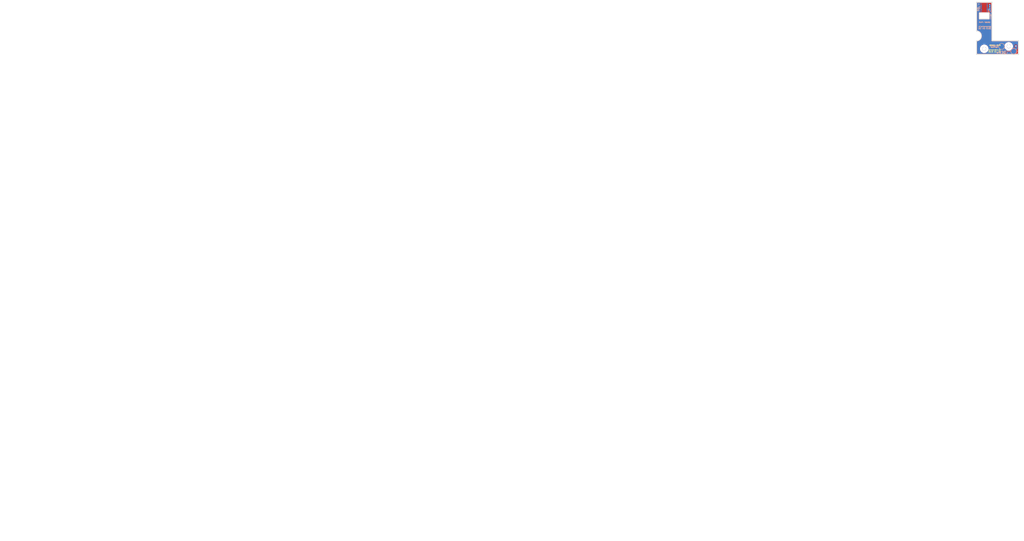
<source format=kicad_pcb>
(kicad_pcb (version 20171130) (host pcbnew "(5.0.2)-1")

  (general
    (thickness 1.6)
    (drawings 94)
    (tracks 42)
    (zones 0)
    (modules 5)
    (nets 3)
  )

  (page A)
  (title_block
    (title G935F-PWR)
    (date 2019-04-27)
    (rev V2)
    (company "Roman Dasovic")
  )

  (layers
    (0 F.Cu signal)
    (31 B.Cu signal)
    (32 B.Adhes user)
    (33 F.Adhes user)
    (34 B.Paste user)
    (35 F.Paste user)
    (36 B.SilkS user)
    (37 F.SilkS user)
    (38 B.Mask user)
    (39 F.Mask user)
    (40 Dwgs.User user)
    (41 Cmts.User user)
    (42 Eco1.User user hide)
    (43 Eco2.User user)
    (44 Edge.Cuts user)
    (45 Margin user)
    (46 B.CrtYd user)
    (47 F.CrtYd user)
    (48 B.Fab user)
    (49 F.Fab user)
  )

  (setup
    (last_trace_width 0.1524)
    (user_trace_width 0.1524)
    (user_trace_width 0.2032)
    (user_trace_width 0.254)
    (user_trace_width 0.381)
    (user_trace_width 0.508)
    (user_trace_width 0.762)
    (user_trace_width 1.143)
    (user_trace_width 1.651)
    (trace_clearance 0.1524)
    (zone_clearance 1.27)
    (zone_45_only no)
    (trace_min 0.1524)
    (segment_width 0.2)
    (edge_width 0.15)
    (via_size 0.635)
    (via_drill 0.3048)
    (via_min_size 0.5588)
    (via_min_drill 0.3048)
    (user_via 0.5588 0.3048)
    (user_via 0.889 0.4572)
    (uvia_size 0.635)
    (uvia_drill 0.3048)
    (uvias_allowed no)
    (uvia_min_size 0.2)
    (uvia_min_drill 0.1)
    (pcb_text_width 0.3)
    (pcb_text_size 1.5 1.5)
    (mod_edge_width 0.15)
    (mod_text_size 1 1)
    (mod_text_width 0.15)
    (pad_size 1.5 1.5)
    (pad_drill 1.5)
    (pad_to_mask_clearance 0)
    (solder_mask_min_width 0.1016)
    (aux_axis_origin 0 0)
    (visible_elements 7FFFFFFF)
    (pcbplotparams
      (layerselection 0x010d0_ffffffff)
      (usegerberextensions true)
      (usegerberattributes false)
      (usegerberadvancedattributes false)
      (creategerberjobfile false)
      (excludeedgelayer true)
      (linewidth 0.150000)
      (plotframeref false)
      (viasonmask false)
      (mode 1)
      (useauxorigin false)
      (hpglpennumber 1)
      (hpglpenspeed 20)
      (hpglpendiameter 15.000000)
      (psnegative false)
      (psa4output false)
      (plotreference true)
      (plotvalue true)
      (plotinvisibletext false)
      (padsonsilk false)
      (subtractmaskfromsilk false)
      (outputformat 1)
      (mirror false)
      (drillshape 0)
      (scaleselection 1)
      (outputdirectory "Gerbers/"))
  )

  (net 0 "")
  (net 1 GND1)
  (net 2 Dev+)

  (net_class Default "This is the default net class."
    (clearance 0.1524)
    (trace_width 0.1524)
    (via_dia 0.635)
    (via_drill 0.3048)
    (uvia_dia 0.635)
    (uvia_drill 0.3048)
    (diff_pair_gap 0.2032)
    (diff_pair_width 0.1524)
    (add_net Dev+)
    (add_net GND1)
  )

  (module Footprints:8pin_molex_s7BatteryConn_5050040810 (layer B.Cu) (tedit 5C0706DF) (tstamp 5C070FDF)
    (at 114.15268 78.11808)
    (path /5C0703E6)
    (fp_text reference P1 (at -2.23012 -1.38684 90) (layer B.SilkS)
      (effects (font (size 0.3 0.3) (thickness 0.075)) (justify mirror))
    )
    (fp_text value 8Pin_2x4_inline (at 0 0.5) (layer B.Fab) hide
      (effects (font (size 0.127 0.127) (thickness 0.03175)) (justify mirror))
    )
    (fp_text user "KEEP OUT" (at -0.6 0 -90) (layer B.CrtYd)
      (effects (font (size 0.254 0.254) (thickness 0.0635)) (justify mirror))
    )
    (fp_line (start -0.2 -1.1) (end -1 -1.1) (layer B.CrtYd) (width 0.15))
    (fp_line (start -0.2 1.1) (end -0.2 -1.1) (layer B.CrtYd) (width 0.15))
    (fp_line (start -1 1.1) (end -0.2 1.1) (layer B.CrtYd) (width 0.15))
    (fp_line (start -1 -1.1) (end -1 1.1) (layer B.CrtYd) (width 0.15))
    (fp_line (start 1 1.1) (end 1 -1.1) (layer B.CrtYd) (width 0.15))
    (fp_line (start 0.2 1.1) (end 1 1.1) (layer B.CrtYd) (width 0.15))
    (fp_line (start 0.2 -1.1) (end 0.2 1.1) (layer B.CrtYd) (width 0.15))
    (fp_line (start 1 -1.1) (end 0.2 -1.1) (layer B.CrtYd) (width 0.15))
    (fp_line (start -1.25 -2.1) (end -1.25 2.1) (layer B.Fab) (width 0.15))
    (fp_text user %R (at 0 0) (layer B.Fab)
      (effects (font (size 0.4 0.4) (thickness 0.1)) (justify mirror))
    )
    (fp_line (start 1.25 -2.1) (end 1.25 2.1) (layer B.Fab) (width 0.15))
    (fp_line (start -1.25 2.1) (end 1.25 2.1) (layer B.Fab) (width 0.15))
    (fp_line (start -1.25 -2.1) (end 1.25 -2.1) (layer B.Fab) (width 0.15))
    (fp_text user "KEEP OUT" (at 0.6 0 -90) (layer B.CrtYd)
      (effects (font (size 0.254 0.254) (thickness 0.0635)) (justify mirror))
    )
    (pad 5 smd rect (at 1.25 -0.8) (size 0.52 0.58) (layers B.Cu B.Paste B.Mask))
    (pad 7 smd rect (at 1.25 0.212) (size 0.52 0.27) (layers B.Cu B.Paste B.Mask)
      (net 2 Dev+))
    (pad 6 smd rect (at 1.25 -0.212) (size 0.52 0.27) (layers B.Cu B.Paste B.Mask))
    (pad "" smd rect (at 1.215 1.53) (size 0.33 0.48) (layers B.Cu B.Paste B.Mask))
    (pad 4 smd rect (at -1.25 -0.8) (size 0.52 0.58) (layers B.Cu B.Paste B.Mask)
      (net 1 GND1))
    (pad 3 smd rect (at -1.25 -0.212) (size 0.52 0.27) (layers B.Cu B.Paste B.Mask)
      (net 1 GND1))
    (pad 2 smd rect (at -1.25 0.212) (size 0.52 0.27) (layers B.Cu B.Paste B.Mask))
    (pad 1 smd rect (at -1.25 0.8) (size 0.52 0.58) (layers B.Cu B.Paste B.Mask))
    (pad 8 smd rect (at 1.25 0.8) (size 0.52 0.58) (layers B.Cu B.Paste B.Mask)
      (net 2 Dev+))
    (pad "" smd rect (at 1.215 -1.53) (size 0.33 0.48) (layers B.Cu B.Paste B.Mask))
    (pad "" smd rect (at -1.215 1.53) (size 0.33 0.48) (layers B.Cu B.Paste B.Mask))
    (pad "" smd rect (at -1.215 -1.53) (size 0.33 0.48) (layers B.Cu B.Paste B.Mask))
    (model "C:/Users/Pom/3d model stashe/5050040810MOLEXS7.stp"
      (at (xyz 0 0 0))
      (scale (xyz 1 1 1))
      (rotate (xyz 90 180 90))
    )
  )

  (module Footprints:NPTH_1.5mm (layer F.Cu) (tedit 5CC26A83) (tstamp 5C070FB9)
    (at 114.14252 95.05696)
    (path /5C070C8F)
    (fp_text reference P2 (at 0 0) (layer F.SilkS) hide
      (effects (font (size 0.127 0.127) (thickness 0.03175)))
    )
    (fp_text value PAD (at 0 0) (layer F.Fab) hide
      (effects (font (size 0.127 0.127) (thickness 0.03175)))
    )
    (pad "" thru_hole circle (at 0 0) (size 1.5 1.5) (drill 1.5) (layers *.Cu *.Mask)
      (clearance 1.016))
  )

  (module Footprints:NPTH_1.5mm (layer F.Cu) (tedit 5CC26780) (tstamp 5C0712D7)
    (at 124.20092 94.03588)
    (path /5C07170F)
    (fp_text reference P3 (at 0 0) (layer F.SilkS) hide
      (effects (font (size 0.127 0.127) (thickness 0.03175)))
    )
    (fp_text value PAD (at 0 0) (layer F.Fab) hide
      (effects (font (size 0.127 0.127) (thickness 0.03175)))
    )
    (pad "" thru_hole circle (at 0 0) (size 1.5 1.5) (drill 1.5) (layers *.Cu *.Mask)
      (clearance 1.016))
  )

  (module Footprints:PAD_2.1mm_circle (layer B.Cu) (tedit 59BAA64A) (tstamp 5C072CD9)
    (at 126.2634 96.04756)
    (path /5C071890)
    (fp_text reference P4 (at 1.59258 0.14732) (layer B.SilkS)
      (effects (font (size 0.3 0.15) (thickness 0.03175)) (justify mirror))
    )
    (fp_text value PAD (at 0 0) (layer B.Fab) hide
      (effects (font (size 0.127 0.127) (thickness 0.03175)) (justify mirror))
    )
    (fp_text user %R (at 0.1 -0.45) (layer B.Fab)
      (effects (font (size 0.2 0.2) (thickness 0.05)) (justify mirror))
    )
    (fp_circle (center 0 0) (end 0 0.01) (layer B.Fab) (width 0.015))
    (fp_circle (center 0 0) (end 0.1 1.05) (layer B.Fab) (width 0.15))
    (pad 1 smd circle (at 0 0) (size 2.1 2.1) (layers B.Cu B.Paste B.Mask)
      (net 2 Dev+))
  )

  (module Footprints:PAD_2.1mm_circle (layer B.Cu) (tedit 5C07130D) (tstamp 5C072CEE)
    (at 121.27484 94.04096)
    (path /5C072272)
    (fp_text reference P5 (at 1.32588 1.04394) (layer B.SilkS)
      (effects (font (size 0.3 0.15) (thickness 0.03175)) (justify mirror))
    )
    (fp_text value PAD (at 0 0) (layer B.Fab) hide
      (effects (font (size 0.127 0.127) (thickness 0.03175)) (justify mirror))
    )
    (fp_circle (center 0 0) (end 0.1 1.05) (layer B.Fab) (width 0.15))
    (fp_circle (center 0 0) (end 0 0.01) (layer B.Fab) (width 0.015))
    (fp_text user %R (at 0.1 -0.45) (layer B.Fab)
      (effects (font (size 0.2 0.2) (thickness 0.05)) (justify mirror))
    )
    (pad 1 smd circle (at 0 0) (size 2.1 2.1) (layers B.Cu B.Paste B.Mask)
      (net 1 GND1) (zone_connect 2))
  )

  (gr_arc (start 110.9472 89.7636) (end 110.9472 91.7448) (angle -180) (layer Edge.Cuts) (width 0.15))
  (gr_circle (center 114.1546 95.03162) (end 115.6546 95.03162) (layer Margin) (width 0.1))
  (gr_line (start -290.266377 297.197305) (end -288.266377 297.197305) (layer Margin) (width 0.1))
  (gr_line (start 110.9296 75.850798) (end 110.9296 87.760844) (layer Margin) (width 0.1))
  (gr_line (start 117.3796 75.850798) (end 110.9296 75.850798) (layer Margin) (width 0.1))
  (gr_arc (start 110.814834 89.757549) (end 112.814834 89.757549) (angle -86.71040722) (layer Margin) (width 0.1))
  (gr_line (start 117.3796 91.697543) (end 117.3796 75.850798) (layer Margin) (width 0.1))
  (gr_line (start 117.3796 91.697543) (end 128.279324 91.697543) (layer Margin) (width 0.1))
  (gr_line (start 128.279324 91.697543) (end 128.279324 97.365698) (layer Margin) (width 0.1))
  (gr_circle (center 124.21254 94.03162) (end 125.71254 94.03162) (layer Margin) (width 0.1))
  (gr_line (start 110.9296 97.365698) (end 128.279324 97.365698) (layer Margin) (width 0.1))
  (gr_line (start 110.9296 91.754253) (end 110.9296 97.365698) (layer Margin) (width 0.1))
  (gr_arc (start 110.814834 89.757549) (end 110.9296 91.754253) (angle -86.71040722) (layer Margin) (width 0.1))
  (gr_circle (center 114.1546 95.03162) (end 114.9046 95.03162) (layer Margin) (width 0.1))
  (gr_circle (center 124.21254 94.03162) (end 124.96254 94.03162) (layer Margin) (width 0.1))
  (gr_line (start 112.1296 80.3148) (end 116.1796 80.3148) (layer Margin) (width 0.1))
  (gr_line (start 112.1296 82.671301) (end 112.1296 80.3148) (layer Margin) (width 0.1))
  (gr_line (start 116.1796 82.671301) (end 112.1296 82.671301) (layer Margin) (width 0.1))
  (gr_line (start 116.1796 80.3148) (end 116.1796 82.671301) (layer Margin) (width 0.1))
  (gr_text "sensorable.io\n2019-04-30" (at 118.364 95.9104) (layer F.SilkS) (tstamp 5CC268D6)
    (effects (font (size 0.508 0.508) (thickness 0.127)))
  )
  (gr_text G935F-PWR (at 118.5672 93.6244) (layer F.SilkS) (tstamp 5CC268D2)
    (effects (font (size 0.508 0.508) (thickness 0.127)))
  )
  (gr_line (start 116.1288 80.3148) (end 112.15812 80.31612) (layer Edge.Cuts) (width 0.15) (tstamp 5CC266BE))
  (gr_line (start 116.1288 82.7024) (end 116.13388 80.31988) (layer Edge.Cuts) (width 0.15) (tstamp 5CC266BD))
  (gr_line (start 112.15812 82.70372) (end 116.1288 82.7024) (layer Edge.Cuts) (width 0.15) (tstamp 5CC266BC))
  (gr_line (start 112.15812 80.31612) (end 112.15812 82.70372) (layer Edge.Cuts) (width 0.15) (tstamp 5CC266BB))
  (gr_text G935F-PWR (at 114.30762 84.18068) (layer B.SilkS) (tstamp 5C073868)
    (effects (font (size 0.508 0.508) (thickness 0.127)) (justify mirror))
  )
  (gr_text "sensorable.io\n2019-04-30" (at 114.4016 86.3092) (layer B.SilkS) (tstamp 5C073826)
    (effects (font (size 0.508 0.508) (thickness 0.127)) (justify mirror))
  )
  (gr_line (start 115.75034 79.43342) (end 115.93322 79.43088) (layer B.SilkS) (width 0.2))
  (gr_line (start 116.7384 80.8228) (end 115.9256 80.01) (layer B.SilkS) (width 0.2) (tstamp 5C073805))
  (gr_line (start 115.9383 78.80604) (end 115.9256 80.01) (layer B.SilkS) (width 0.2))
  (gr_line (start 115.74526 78.80604) (end 115.9383 78.80604) (layer B.SilkS) (width 0.2))
  (gr_line (start 112.00638 78.40472) (end 112.00892 78.40726) (layer B.SilkS) (width 0.2) (tstamp 5C073773))
  (gr_line (start 112.46866 78.40726) (end 112.00892 78.40726) (layer B.SilkS) (width 0.2))
  (gr_line (start 111.98098 77.80528) (end 111.98098 79.52232) (layer B.SilkS) (width 0.2))
  (gr_line (start 112.47374 77.80528) (end 111.98098 77.80528) (layer B.SilkS) (width 0.2))
  (gr_text GND (at 111.47552 78.79334 270) (layer B.SilkS) (tstamp 5CC268CF)
    (effects (font (size 0.508 0.508) (thickness 0.127)) (justify mirror))
  )
  (gr_text DEV+ (at 116.7892 81.96834 90) (layer B.SilkS) (tstamp 5C0736D0)
    (effects (font (size 0.508 0.508) (thickness 0.127)) (justify mirror))
  )
  (gr_line (start 124.71654 95.91548) (end 124.70638 95.90532) (layer B.SilkS) (width 0.2) (tstamp 5C0736BF))
  (gr_line (start 123.09856 95.90532) (end 124.70638 95.90532) (layer B.SilkS) (width 0.2))
  (gr_text DEV+ (at 121.02846 96.5454) (layer B.SilkS) (tstamp 5C073680)
    (effects (font (size 1 1) (thickness 0.25)) (justify mirror))
  )
  (gr_text GND (at 118.28526 94.1324) (layer B.SilkS)
    (effects (font (size 1 1) (thickness 0.25)) (justify mirror))
  )
  (gr_circle (center 126.25832 96.07296) (end 125.80112 94.96298) (layer B.SilkS) (width 0.2))
  (gr_circle (center 121.29262 94.0562) (end 122.04192 93.06306) (layer B.SilkS) (width 0.2))
  (gr_line (start 110.9472 75.8698) (end 117.3734 75.8698) (layer Edge.Cuts) (width 0.2))
  (gr_line (start 110.9472 97.3836) (end 128.2954 97.409) (layer Edge.Cuts) (width 0.2))
  (gr_line (start 128.2954 97.409) (end 128.2954 91.694) (layer Edge.Cuts) (width 0.2))
  (gr_line (start 110.9472 91.7448) (end 110.9472 97.3836) (layer Edge.Cuts) (width 0.2))
  (gr_line (start 117.3734 91.694) (end 117.3734 75.8698) (layer Edge.Cuts) (width 0.2))
  (gr_line (start 110.9472 75.8698) (end 110.9472 87.7824) (layer Edge.Cuts) (width 0.2))
  (gr_line (start 128.2954 91.694) (end 117.3734 91.694) (layer Edge.Cuts) (width 0.2))
  (gr_line (start 128.296925 92.695176) (end 117.3972 92.695176) (layer Eco1.User) (width 0.2))
  (gr_line (start 110.9472 76.348431) (end 117.3972 76.348431) (layer Eco1.User) (width 0.2))
  (gr_line (start 110.9472 97.36333) (end 128.296925 97.36333) (layer Eco1.User) (width 0.2))
  (gr_line (start 114.8972 79.698431) (end 113.4472 79.698431) (layer Eco1.User) (width 0.2))
  (gr_line (start 114.8972 79.698431) (end 114.8972 77.498431) (layer Eco1.User) (width 0.2))
  (gr_line (start 114.8972 77.498431) (end 114.8972 77.498431) (layer Eco1.User) (width 0.2))
  (gr_line (start 114.8972 77.498431) (end 114.8972 77.498431) (layer Eco1.User) (width 0.2))
  (gr_line (start 113.4472 79.698431) (end 113.4472 79.698431) (layer Eco1.User) (width 0.2))
  (gr_circle (center 121.296925 94.029253) (end 122.296925 94.029253) (layer Eco1.User) (width 0.2))
  (gr_line (start 114.8972 77.498431) (end 113.4472 77.498431) (layer Eco1.User) (width 0.2))
  (gr_line (start 114.8972 77.498431) (end 114.8972 79.698431) (layer Eco1.User) (width 0.2))
  (gr_line (start 113.4472 79.698431) (end 113.4472 77.498431) (layer Eco1.User) (width 0.2))
  (gr_line (start 114.8972 79.698431) (end 114.8972 79.698431) (layer Eco1.User) (width 0.2))
  (gr_line (start 113.4472 79.698431) (end 114.8972 79.698431) (layer Eco1.User) (width 0.2))
  (gr_line (start 114.8972 77.498431) (end 114.8972 79.698431) (layer Eco1.User) (width 0.2))
  (gr_line (start 114.8972 79.698431) (end 114.8972 79.698431) (layer Eco1.User) (width 0.2))
  (gr_line (start 113.4472 77.498431) (end 113.4472 77.498431) (layer Eco1.User) (width 0.2))
  (gr_line (start 113.4472 77.498431) (end 114.8972 77.498431) (layer Eco1.User) (width 0.2))
  (gr_line (start 113.4472 77.498431) (end 113.4472 77.498431) (layer Eco1.User) (width 0.2))
  (gr_line (start 113.4472 77.498431) (end 113.4472 79.698431) (layer Eco1.User) (width 0.2))
  (gr_line (start 113.4472 79.698431) (end 113.4472 79.698431) (layer Eco1.User) (width 0.2))
  (gr_line (start 114.8972 79.698431) (end 113.4472 79.698431) (layer Eco1.User) (width 0.2))
  (gr_circle (center 126.296925 96.029253) (end 127.296925 96.029253) (layer Eco1.User) (width 0.2))
  (gr_line (start 113.4472 79.698431) (end 113.4472 77.498431) (layer Eco1.User) (width 0.2))
  (gr_line (start 110.9472 76.348431) (end 110.9472 88.832363) (layer Eco1.User) (width 0.2))
  (gr_line (start 113.4472 77.498431) (end 114.8972 77.498431) (layer Eco1.User) (width 0.2))
  (gr_line (start 113.4472 79.698431) (end 114.8972 79.698431) (layer Eco1.User) (width 0.2))
  (gr_line (start 110.9472 76.348431) (end 110.9472 88.832363) (layer Eco1.User) (width 0.2))
  (gr_line (start 117.3972 97.36333) (end 117.3972 76.348431) (layer Eco1.User) (width 0.2))
  (gr_line (start 114.8972 77.498431) (end 113.4472 77.498431) (layer Eco1.User) (width 0.2))
  (gr_arc (start 111.332435 89.755181) (end 110.9472 90.678) (angle -225.3166138) (layer Eco1.User) (width 0.2))
  (gr_circle (center 114.1722 95.029253) (end 114.9222 95.029253) (layer Eco1.User) (width 0.2))
  (gr_line (start 114.8972 79.698431) (end 114.8972 77.498431) (layer Eco1.User) (width 0.2))
  (gr_line (start 113.4472 77.498431) (end 113.4472 79.698431) (layer Eco1.User) (width 0.2))
  (gr_circle (center 124.23014 94.029253) (end 124.98014 94.029253) (layer Eco1.User) (width 0.2))
  (gr_line (start 110.9472 90.678) (end 110.9472 97.36333) (layer Eco1.User) (width 0.2))
  (gr_line (start 117.3972 92.695176) (end 117.3972 97.36333) (layer Eco1.User) (width 0.2))
  (gr_arc (start 111.332435 89.755181) (end 110.9472 90.678) (angle -225.3166138) (layer Eco1.User) (width 0.2))
  (gr_circle (center 114.1722 81.883431) (end 115.6722 81.883431) (layer Eco1.User) (width 0.2))
  (gr_line (start 117.3972 97.36333) (end 117.3972 76.348431) (layer Eco1.User) (width 0.2))
  (gr_line (start 128.296925 97.36333) (end 128.296925 92.695176) (layer Eco1.User) (width 0.2))
  (gr_line (start 117.3972 92.695176) (end 117.3972 97.36333) (layer Eco1.User) (width 0.2))
  (gr_line (start 128.296925 97.36333) (end 128.296925 92.695176) (layer Eco1.User) (width 0.2))
  (gr_line (start 110.9472 90.678) (end 110.9472 97.36333) (layer Eco1.User) (width 0.2))

  (via (at 127.14224 93.91904) (size 0.889) (drill 0.4572) (layers F.Cu B.Cu) (net 2))
  (segment (start 127.313399 94.090199) (end 127.14224 93.91904) (width 0.1524) (layer B.Cu) (net 2))
  (segment (start 126.2634 96.04756) (end 127.313399 94.997561) (width 0.1524) (layer B.Cu) (net 2))
  (segment (start 127.313399 94.997561) (end 127.313399 94.090199) (width 0.1524) (layer B.Cu) (net 2))
  (segment (start 115.89512 78.78572) (end 115.47857 78.78572) (width 0.1524) (layer B.Cu) (net 2))
  (segment (start 115.47857 78.78572) (end 115.47857 78.83008) (width 0.1524) (layer B.Cu) (net 2))
  (via (at 116.3828 76.933155) (size 0.635) (drill 0.3048) (layers F.Cu B.Cu) (net 2))
  (segment (start 116.22532 77.090635) (end 116.3828 76.933155) (width 0.1524) (layer B.Cu) (net 2))
  (segment (start 116.22532 78.29296) (end 116.22532 77.090635) (width 0.1524) (layer B.Cu) (net 2))
  (segment (start 116.22532 78.29296) (end 116.22532 78.45552) (width 0.1524) (layer B.Cu) (net 2))
  (segment (start 116.22532 77.96276) (end 116.22532 78.29296) (width 0.1524) (layer B.Cu) (net 2))
  (via (at 116.3828 77.76464) (size 0.635) (drill 0.3048) (layers F.Cu B.Cu) (net 2))
  (segment (start 116.22532 77.92212) (end 116.3828 77.76464) (width 0.1524) (layer B.Cu) (net 2))
  (via (at 116.43868 78.71968) (size 0.635) (drill 0.3048) (layers F.Cu B.Cu) (net 2))
  (segment (start 116.22532 78.50632) (end 116.43868 78.71968) (width 0.1524) (layer B.Cu) (net 2))
  (segment (start 116.22532 78.19644) (end 116.22532 78.50632) (width 0.1524) (layer B.Cu) (net 2))
  (segment (start 116.22532 78.19644) (end 116.22532 77.92212) (width 0.1524) (layer B.Cu) (net 2))
  (segment (start 116.22532 78.45552) (end 116.22532 78.19644) (width 0.1524) (layer B.Cu) (net 2))
  (segment (start 115.89512 78.78572) (end 115.89512 78.8416) (width 0.1524) (layer B.Cu) (net 2))
  (segment (start 116.332 79.27848) (end 116.586 79.53248) (width 0.1524) (layer B.Cu) (net 2))
  (via (at 116.586 79.53248) (size 0.635) (drill 0.3048) (layers F.Cu B.Cu) (net 2))
  (segment (start 116.586 77.136355) (end 116.3828 76.933155) (width 0.508) (layer B.Cu) (net 2))
  (segment (start 116.586 79.53248) (end 116.586 77.136355) (width 0.508) (layer B.Cu) (net 2))
  (segment (start 116.43868 76.989035) (end 116.3828 76.933155) (width 0.508) (layer B.Cu) (net 2))
  (segment (start 116.43868 78.71968) (end 116.43868 76.989035) (width 0.508) (layer B.Cu) (net 2))
  (segment (start 116.43868 78.71968) (end 116.43868 78.75524) (width 0.508) (layer B.Cu) (net 2))
  (segment (start 116.43868 78.75524) (end 116.21008 78.98384) (width 0.508) (layer B.Cu) (net 2))
  (segment (start 116.090699 79.037179) (end 116.0018 78.94828) (width 0.381) (layer B.Cu) (net 2))
  (segment (start 116.121181 79.037179) (end 116.090699 79.037179) (width 0.381) (layer B.Cu) (net 2))
  (segment (start 116.43868 78.71968) (end 116.121181 79.037179) (width 0.381) (layer B.Cu) (net 2))
  (segment (start 115.89512 78.8416) (end 116.0018 78.94828) (width 0.1524) (layer B.Cu) (net 2))
  (segment (start 116.0018 78.94828) (end 116.332 79.27848) (width 0.1524) (layer B.Cu) (net 2))
  (segment (start 116.43868 78.71968) (end 115.989668 78.71968) (width 0.381) (layer B.Cu) (net 2))
  (via (at 123.56592 96.72828) (size 0.635) (drill 0.3048) (layers F.Cu B.Cu) (net 2))
  (segment (start 123.56592 96.72828) (end 125.58268 96.72828) (width 0.762) (layer B.Cu) (net 2))
  (segment (start 125.58268 96.72828) (end 126.2634 96.04756) (width 0.762) (layer B.Cu) (net 2))
  (segment (start 126.2634 96.04756) (end 127.3556 94.95536) (width 0.762) (layer B.Cu) (net 2))
  (segment (start 127.14224 94.742) (end 127.14224 93.91904) (width 0.762) (layer B.Cu) (net 2))
  (segment (start 127.3556 94.95536) (end 127.14224 94.742) (width 0.762) (layer B.Cu) (net 2))
  (segment (start 115.47857 78.402181) (end 115.47857 78.33008) (width 0.1524) (layer B.Cu) (net 2))
  (segment (start 116.43868 78.71968) (end 116.121181 78.402181) (width 0.1524) (layer B.Cu) (net 2))
  (segment (start 116.121181 78.402181) (end 115.47857 78.402181) (width 0.1524) (layer B.Cu) (net 2))

  (zone (net 1) (net_name GND1) (layer B.Cu) (tstamp 5C07395F) (hatch edge 0.508)
    (connect_pads (clearance 0.2032))
    (min_thickness 0.1524)
    (fill yes (arc_segments 16) (thermal_gap 0.2032) (thermal_bridge_width 0.1778))
    (polygon
      (pts
        (xy 108.96047 75.00112) (xy 108.96047 99.16668) (xy 130.42855 99.16668) (xy 130.42855 91.76004) (xy 122.05163 91.76004)
        (xy 122.05163 75.86472) (xy 109.70215 75.86472)
      )
    )
    (filled_polygon
      (pts
        (xy 112.487807 76.34808) (xy 112.487807 76.78981) (xy 112.484413 76.791216) (xy 112.405816 76.869813) (xy 112.36328 76.972504)
        (xy 112.36328 77.23553) (xy 112.43313 77.30538) (xy 112.88998 77.30538) (xy 112.88998 77.28538) (xy 112.91538 77.28538)
        (xy 112.91538 77.30538) (xy 112.93538 77.30538) (xy 112.93538 77.33078) (xy 112.91538 77.33078) (xy 112.91538 77.89338)
        (xy 112.93538 77.89338) (xy 112.93538 77.910207) (xy 112.64268 77.910207) (xy 112.599581 77.91878) (xy 112.43313 77.91878)
        (xy 112.36328 77.98863) (xy 112.36328 78.096656) (xy 112.372809 78.119661) (xy 112.357807 78.19508) (xy 112.357807 78.46508)
        (xy 112.374019 78.54658) (xy 112.357807 78.62808) (xy 112.357807 79.20808) (xy 112.379492 79.317096) (xy 112.441244 79.409516)
        (xy 112.487807 79.440628) (xy 112.487807 79.88808) (xy 112.502432 79.961606) (xy 112.192968 79.961709) (xy 112.15812 79.954777)
        (xy 112.123155 79.961732) (xy 112.123099 79.961732) (xy 112.090298 79.968268) (xy 112.01984 79.982283) (xy 112.019789 79.982317)
        (xy 112.01973 79.982329) (xy 111.961523 80.02125) (xy 111.902612 80.060613) (xy 111.902578 80.060663) (xy 111.902528 80.060697)
        (xy 111.863818 80.118673) (xy 111.824283 80.177841) (xy 111.824271 80.177902) (xy 111.824238 80.177951) (xy 111.810931 80.244968)
        (xy 111.80372 80.281217) (xy 111.80372 80.28128) (xy 111.796778 80.31624) (xy 111.80372 80.35108) (xy 111.803721 82.668875)
        (xy 111.796778 82.70384) (xy 111.810797 82.774199) (xy 111.824284 82.842) (xy 111.824317 82.842049) (xy 111.824329 82.84211)
        (xy 111.863948 82.901362) (xy 111.902613 82.959228) (xy 111.902663 82.959262) (xy 111.902697 82.959312) (xy 111.960673 82.998022)
        (xy 112.019841 83.037557) (xy 112.019902 83.037569) (xy 112.019951 83.037602) (xy 112.087083 83.050933) (xy 112.15812 83.065063)
        (xy 112.193086 83.058108) (xy 116.093572 83.056811) (xy 116.12803 83.063742) (xy 116.163382 83.056788) (xy 116.163821 83.056788)
        (xy 116.197511 83.050075) (xy 116.266367 83.036531) (xy 116.266745 83.03628) (xy 116.26719 83.036191) (xy 116.325424 82.997252)
        (xy 116.383762 82.958452) (xy 116.384015 82.958075) (xy 116.384392 82.957823) (xy 116.423256 82.899617) (xy 116.462341 82.841391)
        (xy 116.462431 82.840946) (xy 116.462682 82.840569) (xy 116.476315 82.771913) (xy 116.483124 82.738059) (xy 116.483125 82.737618)
        (xy 116.490142 82.70228) (xy 116.483274 82.667812) (xy 116.488271 80.324101) (xy 116.490142 80.31468) (xy 116.488311 80.30549)
        (xy 116.488353 80.285733) (xy 116.468011 80.182313) (xy 116.419701 80.109676) (xy 116.467269 80.12938) (xy 116.704731 80.12938)
        (xy 116.924117 80.038507) (xy 116.998572 79.964052) (xy 117.02053 91.662989) (xy 117.013168 91.7) (xy 117.02067 91.737716)
        (xy 117.020671 91.738075) (xy 117.027926 91.774194) (xy 117.042614 91.848034) (xy 117.04282 91.848343) (xy 117.042893 91.848704)
        (xy 117.084621 91.910903) (xy 117.126468 91.973532) (xy 117.126776 91.973738) (xy 117.126982 91.974045) (xy 117.189359 92.015554)
        (xy 117.251966 92.057386) (xy 117.252331 92.057459) (xy 117.252638 92.057663) (xy 117.326143 92.072141) (xy 117.362637 92.0794)
        (xy 117.362998 92.0794) (xy 117.400726 92.086831) (xy 117.437721 92.0794) (xy 127.920601 92.0794) (xy 127.9206 94.612256)
        (xy 127.868565 94.53438) (xy 127.831721 94.479239) (xy 127.80264 94.459808) (xy 127.80264 94.216335) (xy 127.86614 94.063033)
        (xy 127.86614 93.775047) (xy 127.755933 93.508984) (xy 127.552296 93.305347) (xy 127.286233 93.19514) (xy 126.998247 93.19514)
        (xy 126.732184 93.305347) (xy 126.528547 93.508984) (xy 126.41834 93.775047) (xy 126.41834 94.063033) (xy 126.48184 94.216335)
        (xy 126.48184 94.676958) (xy 126.473644 94.71816) (xy 125.998966 94.71816) (xy 125.894343 94.761497) (xy 126.04312 94.402316)
        (xy 126.04312 93.669444) (xy 125.762662 92.992357) (xy 125.244443 92.474138) (xy 124.567356 92.19368) (xy 123.834484 92.19368)
        (xy 123.157397 92.474138) (xy 122.639178 92.992357) (xy 122.35872 93.669444) (xy 122.35872 94.402316) (xy 122.639178 95.079403)
        (xy 123.157397 95.597622) (xy 123.834484 95.87808) (xy 124.567356 95.87808) (xy 124.962457 95.714424) (xy 124.934 95.783126)
        (xy 124.934 96.06788) (xy 123.500877 96.06788) (xy 123.308245 96.106197) (xy 123.089798 96.252158) (xy 122.943837 96.470605)
        (xy 122.892582 96.72828) (xy 122.943837 96.985955) (xy 122.962503 97.013891) (xy 111.298072 96.999229) (xy 111.288288 94.690524)
        (xy 112.30032 94.690524) (xy 112.30032 95.423396) (xy 112.580778 96.100483) (xy 113.098997 96.618702) (xy 113.776084 96.89916)
        (xy 114.508956 96.89916) (xy 115.186043 96.618702) (xy 115.704262 96.100483) (xy 115.98472 95.423396) (xy 115.98472 94.690524)
        (xy 115.704262 94.013437) (xy 115.186043 93.495218) (xy 114.508956 93.21476) (xy 113.776084 93.21476) (xy 113.098997 93.495218)
        (xy 112.580778 94.013437) (xy 112.30032 94.690524) (xy 111.288288 94.690524) (xy 111.277121 92.055722) (xy 111.580971 92.008412)
        (xy 111.626938 91.994358) (xy 111.673133 91.98085) (xy 111.677063 91.979033) (xy 112.18554 91.740304) (xy 112.225765 91.713881)
        (xy 112.266262 91.687983) (xy 112.269525 91.685137) (xy 112.690561 91.31329) (xy 112.721722 91.276676) (xy 112.753354 91.240416)
        (xy 112.755686 91.236768) (xy 113.055433 90.761697) (xy 113.075083 90.717768) (xy 113.095248 90.674129) (xy 113.096463 90.669973)
        (xy 113.250826 90.129869) (xy 113.257348 90.082256) (xy 113.264464 90.034644) (xy 113.264463 90.030314) (xy 113.261031 89.468595)
        (xy 113.253926 89.421051) (xy 113.247395 89.373372) (xy 113.246179 89.369216) (xy 113.08523 88.831038) (xy 113.065074 88.787417)
        (xy 113.045416 88.743469) (xy 113.043082 88.739822) (xy 112.737553 88.268448) (xy 112.705944 88.232214) (xy 112.674761 88.195573)
        (xy 112.671498 88.192727) (xy 112.245951 87.826052) (xy 112.205439 87.800144) (xy 112.165229 87.77373) (xy 112.161298 87.771914)
        (xy 111.649942 87.539415) (xy 111.60376 87.52591) (xy 111.557781 87.511853) (xy 111.553498 87.511213) (xy 111.325914 87.47862)
        (xy 111.303148 77.40063) (xy 112.36328 77.40063) (xy 112.36328 77.663656) (xy 112.374018 77.68958) (xy 112.36328 77.715504)
        (xy 112.36328 77.82353) (xy 112.43313 77.89338) (xy 112.88998 77.89338) (xy 112.88998 77.33078) (xy 112.43313 77.33078)
        (xy 112.36328 77.40063) (xy 111.303148 77.40063) (xy 111.300532 76.242655) (xy 112.508778 76.242655)
      )
    )
  )
  (zone (net 2) (net_name Dev+) (layer F.Cu) (tstamp 5C07395C) (hatch edge 0.508)
    (connect_pads (clearance 0.2032))
    (min_thickness 0.1524)
    (fill yes (arc_segments 16) (thermal_gap 0.254) (thermal_bridge_width 0.2032))
    (polygon
      (pts
        (xy 109.02188 75.05192) (xy 109.02188 99.21748) (xy 130.48996 99.21748) (xy 130.48996 91.81084) (xy 122.11304 91.81084)
        (xy 122.11304 75.91552) (xy 109.76356 75.91552)
      )
    )
    (filled_polygon
      (pts
        (xy 117.02053 91.662989) (xy 117.013168 91.7) (xy 117.02067 91.737716) (xy 117.020671 91.738075) (xy 117.027926 91.774194)
        (xy 117.042614 91.848034) (xy 117.04282 91.848343) (xy 117.042893 91.848704) (xy 117.084621 91.910903) (xy 117.126468 91.973532)
        (xy 117.126776 91.973738) (xy 117.126982 91.974045) (xy 117.189359 92.015554) (xy 117.251966 92.057386) (xy 117.252331 92.057459)
        (xy 117.252638 92.057663) (xy 117.326143 92.072141) (xy 117.362637 92.0794) (xy 117.362998 92.0794) (xy 117.400726 92.086831)
        (xy 117.437721 92.0794) (xy 127.920601 92.0794) (xy 127.9206 97.020124) (xy 111.298072 96.999229) (xy 111.288288 94.690524)
        (xy 112.30032 94.690524) (xy 112.30032 95.423396) (xy 112.580778 96.100483) (xy 113.098997 96.618702) (xy 113.776084 96.89916)
        (xy 114.508956 96.89916) (xy 115.186043 96.618702) (xy 115.704262 96.100483) (xy 115.98472 95.423396) (xy 115.98472 94.690524)
        (xy 115.704262 94.013437) (xy 115.360269 93.669444) (xy 122.35872 93.669444) (xy 122.35872 94.402316) (xy 122.639178 95.079403)
        (xy 123.157397 95.597622) (xy 123.834484 95.87808) (xy 124.567356 95.87808) (xy 125.244443 95.597622) (xy 125.762662 95.079403)
        (xy 126.04312 94.402316) (xy 126.04312 93.669444) (xy 125.762662 92.992357) (xy 125.244443 92.474138) (xy 124.567356 92.19368)
        (xy 123.834484 92.19368) (xy 123.157397 92.474138) (xy 122.639178 92.992357) (xy 122.35872 93.669444) (xy 115.360269 93.669444)
        (xy 115.186043 93.495218) (xy 114.508956 93.21476) (xy 113.776084 93.21476) (xy 113.098997 93.495218) (xy 112.580778 94.013437)
        (xy 112.30032 94.690524) (xy 111.288288 94.690524) (xy 111.277121 92.055722) (xy 111.580971 92.008412) (xy 111.626938 91.994358)
        (xy 111.673133 91.98085) (xy 111.677063 91.979033) (xy 112.18554 91.740304) (xy 112.225765 91.713881) (xy 112.266262 91.687983)
        (xy 112.269525 91.685137) (xy 112.690561 91.31329) (xy 112.721722 91.276676) (xy 112.753354 91.240416) (xy 112.755686 91.236768)
        (xy 113.055433 90.761697) (xy 113.075083 90.717768) (xy 113.095248 90.674129) (xy 113.096463 90.669973) (xy 113.250826 90.129869)
        (xy 113.257348 90.082256) (xy 113.264464 90.034644) (xy 113.264463 90.030314) (xy 113.261031 89.468595) (xy 113.253926 89.421051)
        (xy 113.247395 89.373372) (xy 113.246179 89.369216) (xy 113.08523 88.831038) (xy 113.065074 88.787417) (xy 113.045416 88.743469)
        (xy 113.043082 88.739822) (xy 112.737553 88.268448) (xy 112.705944 88.232214) (xy 112.674761 88.195573) (xy 112.671498 88.192727)
        (xy 112.245951 87.826052) (xy 112.205439 87.800144) (xy 112.165229 87.77373) (xy 112.161298 87.771914) (xy 111.649942 87.539415)
        (xy 111.60376 87.52591) (xy 111.557781 87.511853) (xy 111.553498 87.511213) (xy 111.325914 87.47862) (xy 111.309735 80.31624)
        (xy 111.796778 80.31624) (xy 111.80372 80.35108) (xy 111.803721 82.668875) (xy 111.796778 82.70384) (xy 111.810797 82.774199)
        (xy 111.824284 82.842) (xy 111.824317 82.842049) (xy 111.824329 82.84211) (xy 111.863948 82.901362) (xy 111.902613 82.959228)
        (xy 111.902663 82.959262) (xy 111.902697 82.959312) (xy 111.960673 82.998022) (xy 112.019841 83.037557) (xy 112.019902 83.037569)
        (xy 112.019951 83.037602) (xy 112.087083 83.050933) (xy 112.15812 83.065063) (xy 112.193086 83.058108) (xy 116.093572 83.056811)
        (xy 116.12803 83.063742) (xy 116.163382 83.056788) (xy 116.163821 83.056788) (xy 116.197511 83.050075) (xy 116.266367 83.036531)
        (xy 116.266745 83.03628) (xy 116.26719 83.036191) (xy 116.325424 82.997252) (xy 116.383762 82.958452) (xy 116.384015 82.958075)
        (xy 116.384392 82.957823) (xy 116.423256 82.899617) (xy 116.462341 82.841391) (xy 116.462431 82.840946) (xy 116.462682 82.840569)
        (xy 116.476315 82.771913) (xy 116.483124 82.738059) (xy 116.483125 82.737618) (xy 116.490142 82.70228) (xy 116.483274 82.667812)
        (xy 116.488271 80.324101) (xy 116.490142 80.31468) (xy 116.488311 80.30549) (xy 116.488353 80.285733) (xy 116.468011 80.182313)
        (xy 116.389932 80.064918) (xy 116.386499 80.062614) (xy 116.384222 80.059208) (xy 116.266968 79.980918) (xy 116.163585 79.960389)
        (xy 116.14388 79.960396) (xy 116.13465 79.958539) (xy 116.12518 79.960402) (xy 112.192968 79.961709) (xy 112.15812 79.954777)
        (xy 112.123155 79.961732) (xy 112.123099 79.961732) (xy 112.090298 79.968268) (xy 112.01984 79.982283) (xy 112.019789 79.982317)
        (xy 112.01973 79.982329) (xy 111.961523 80.02125) (xy 111.902612 80.060613) (xy 111.902578 80.060663) (xy 111.902528 80.060697)
        (xy 111.863818 80.118673) (xy 111.824283 80.177841) (xy 111.824271 80.177902) (xy 111.824238 80.177951) (xy 111.810931 80.244968)
        (xy 111.80372 80.281217) (xy 111.80372 80.28128) (xy 111.796778 80.31624) (xy 111.309735 80.31624) (xy 111.300532 76.242655)
        (xy 116.991587 76.242655)
      )
    )
  )
  (zone (net 0) (net_name "") (layer F.Cu) (tstamp 0) (hatch edge 0.508)
    (connect_pads (clearance 1.27))
    (min_thickness 0.1524)
    (keepout (tracks not_allowed) (vias not_allowed) (copperpour not_allowed))
    (fill (arc_segments 16) (thermal_gap 0.254) (thermal_bridge_width 0.2032))
    (polygon
      (pts
        (xy 122.86488 92.8878) (xy 122.70232 94.46006) (xy 123.0884 95.06458) (xy 123.60402 95.36176) (xy 124.85878 95.36176)
        (xy 125.22962 95.123) (xy 125.46076 94.84995) (xy 125.64618 94.381955) (xy 125.49378 92.882085)
      )
    )
  )
  (zone (net 0) (net_name "") (layer B.Cu) (tstamp 0) (hatch edge 0.508)
    (connect_pads (clearance 0.2032))
    (min_thickness 0.1524)
    (keepout (tracks not_allowed) (vias not_allowed) (copperpour not_allowed))
    (fill (arc_segments 16) (thermal_gap 0.254) (thermal_bridge_width 0.2032))
    (polygon
      (pts
        (xy 113.1316 80.0608) (xy 115.2144 80.0608) (xy 115.19662 76.0984) (xy 113.09858 76.0984)
      )
    )
  )
)

</source>
